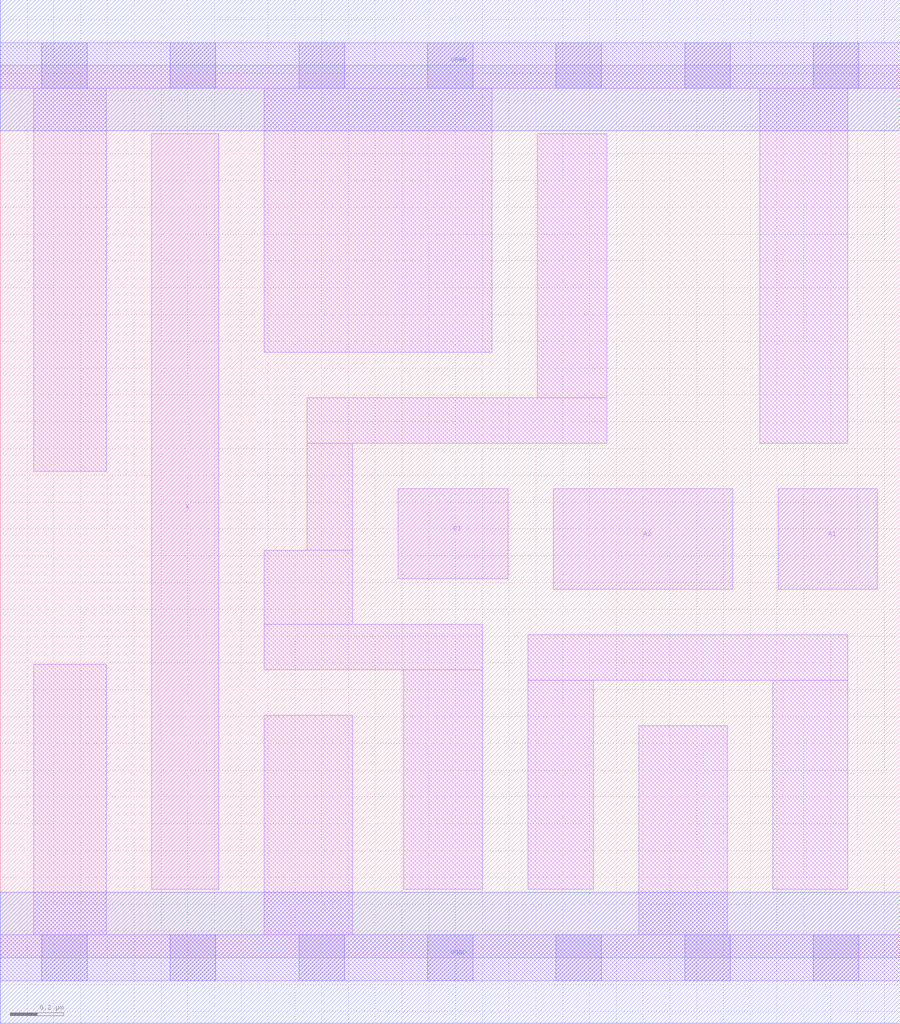
<source format=lef>
# Copyright 2020 The SkyWater PDK Authors
#
# Licensed under the Apache License, Version 2.0 (the "License");
# you may not use this file except in compliance with the License.
# You may obtain a copy of the License at
#
#     https://www.apache.org/licenses/LICENSE-2.0
#
# Unless required by applicable law or agreed to in writing, software
# distributed under the License is distributed on an "AS IS" BASIS,
# WITHOUT WARRANTIES OR CONDITIONS OF ANY KIND, either express or implied.
# See the License for the specific language governing permissions and
# limitations under the License.
#
# SPDX-License-Identifier: Apache-2.0

VERSION 5.7 ;
  NAMESCASESENSITIVE ON ;
  NOWIREEXTENSIONATPIN ON ;
  DIVIDERCHAR "/" ;
  BUSBITCHARS "[]" ;
UNITS
  DATABASE MICRONS 200 ;
END UNITS
MACRO sky130_fd_sc_lp__o21a_2
  CLASS CORE ;
  SOURCE USER ;
  FOREIGN sky130_fd_sc_lp__o21a_2 ;
  ORIGIN  0.000000  0.000000 ;
  SIZE  3.360000 BY  3.330000 ;
  SYMMETRY X Y R90 ;
  SITE unit ;
  PIN A1
    ANTENNAGATEAREA  0.315000 ;
    DIRECTION INPUT ;
    USE SIGNAL ;
    PORT
      LAYER li1 ;
        RECT 2.905000 1.375000 3.275000 1.750000 ;
    END
  END A1
  PIN A2
    ANTENNAGATEAREA  0.315000 ;
    DIRECTION INPUT ;
    USE SIGNAL ;
    PORT
      LAYER li1 ;
        RECT 2.065000 1.375000 2.735000 1.750000 ;
    END
  END A2
  PIN B1
    ANTENNAGATEAREA  0.315000 ;
    DIRECTION INPUT ;
    USE SIGNAL ;
    PORT
      LAYER li1 ;
        RECT 1.485000 1.415000 1.895000 1.750000 ;
    END
  END B1
  PIN X
    ANTENNADIFFAREA  0.588000 ;
    DIRECTION OUTPUT ;
    USE SIGNAL ;
    PORT
      LAYER li1 ;
        RECT 0.565000 0.255000 0.815000 3.075000 ;
    END
  END X
  PIN VGND
    DIRECTION INOUT ;
    USE GROUND ;
    PORT
      LAYER met1 ;
        RECT 0.000000 -0.245000 3.360000 0.245000 ;
    END
  END VGND
  PIN VPWR
    DIRECTION INOUT ;
    USE POWER ;
    PORT
      LAYER met1 ;
        RECT 0.000000 3.085000 3.360000 3.575000 ;
    END
  END VPWR
  OBS
    LAYER li1 ;
      RECT 0.000000 -0.085000 3.360000 0.085000 ;
      RECT 0.000000  3.245000 3.360000 3.415000 ;
      RECT 0.125000  0.085000 0.395000 1.095000 ;
      RECT 0.125000  1.815000 0.395000 3.245000 ;
      RECT 0.985000  0.085000 1.315000 0.905000 ;
      RECT 0.985000  1.075000 1.800000 1.245000 ;
      RECT 0.985000  1.245000 1.315000 1.520000 ;
      RECT 0.985000  2.260000 1.835000 3.245000 ;
      RECT 1.145000  1.520000 1.315000 1.920000 ;
      RECT 1.145000  1.920000 2.265000 2.090000 ;
      RECT 1.505000  0.255000 1.800000 1.075000 ;
      RECT 1.970000  0.255000 2.215000 1.035000 ;
      RECT 1.970000  1.035000 3.165000 1.205000 ;
      RECT 2.005000  2.090000 2.265000 3.075000 ;
      RECT 2.385000  0.085000 2.715000 0.865000 ;
      RECT 2.835000  1.920000 3.165000 3.245000 ;
      RECT 2.885000  0.255000 3.165000 1.035000 ;
    LAYER mcon ;
      RECT 0.155000 -0.085000 0.325000 0.085000 ;
      RECT 0.155000  3.245000 0.325000 3.415000 ;
      RECT 0.635000 -0.085000 0.805000 0.085000 ;
      RECT 0.635000  3.245000 0.805000 3.415000 ;
      RECT 1.115000 -0.085000 1.285000 0.085000 ;
      RECT 1.115000  3.245000 1.285000 3.415000 ;
      RECT 1.595000 -0.085000 1.765000 0.085000 ;
      RECT 1.595000  3.245000 1.765000 3.415000 ;
      RECT 2.075000 -0.085000 2.245000 0.085000 ;
      RECT 2.075000  3.245000 2.245000 3.415000 ;
      RECT 2.555000 -0.085000 2.725000 0.085000 ;
      RECT 2.555000  3.245000 2.725000 3.415000 ;
      RECT 3.035000 -0.085000 3.205000 0.085000 ;
      RECT 3.035000  3.245000 3.205000 3.415000 ;
  END
END sky130_fd_sc_lp__o21a_2
END LIBRARY

</source>
